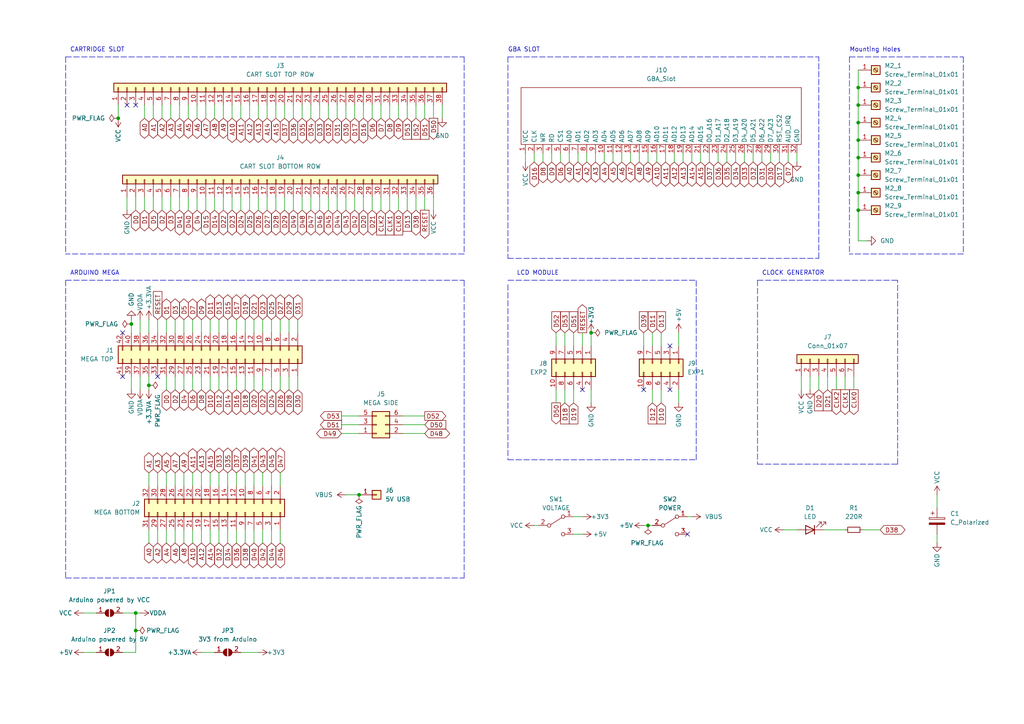
<source format=kicad_sch>
(kicad_sch (version 20211123) (generator eeschema)
  (paper "A4")
  (title_block (title "OSCR HW5") (date "2022-06-19") (rev "V3"))
  (junction (at 248.92 45.72))
  (junction (at 248.92 40.64))
  (junction (at 248.92 55.88))
  (junction (at 248.92 25.4))
  (junction (at 39.37 182.88))
  (junction (at 38.1 93.98))
  (junction (at 39.37 177.8))
  (junction (at 248.92 30.48))
  (junction (at 104.14 143.51))
  (junction (at 187.96 152.4))
  (junction (at 248.92 60.96))
  (junction (at 248.92 50.8))
  (junction (at 34.29 34.29))
  (junction (at 43.18 111.76))
  (junction (at 248.92 35.56))
  (junction (at 171.45 96.52))
  (no_connect (at 45.72 109.22))
  (no_connect (at 168.91 113.03))
  (no_connect (at 186.69 113.03))
  (no_connect (at 194.31 100.33))
  (no_connect (at 194.31 113.03))
  (no_connect (at 36.83 30.48))
  (no_connect (at 199.39 154.94))
  (no_connect (at 39.37 30.48))
  (no_connect (at 35.56 96.52))
  (no_connect (at 35.56 109.22))
  (wire (pts (xy 123.19 30.48) (xy 123.19 34.29)))
  (wire (pts (xy 49.53 57.15) (xy 49.53 60.96)))
  (wire (pts (xy 203.2 44.45) (xy 203.2 46.99)))
  (wire (pts (xy 39.37 57.15) (xy 39.37 60.96)))
  (wire (pts (xy 66.04 153.67) (xy 66.04 157.48)))
  (wire (pts (xy 57.15 57.15) (xy 57.15 60.96)))
  (wire (pts (xy 78.74 92.71) (xy 78.74 96.52)))
  (wire (pts (xy 175.26 44.45) (xy 175.26 46.99)))
  (wire (pts (xy 24.13 177.8) (xy 27.94 177.8)))
  (wire (pts (xy 110.49 30.48) (xy 110.49 34.29)))
  (wire (pts (xy 92.71 30.48) (xy 92.71 34.29)))
  (wire (pts (xy 77.47 30.48) (xy 77.47 34.29)))
  (wire (pts (xy 248.92 40.64) (xy 248.92 45.72)))
  (wire (pts (xy 81.28 153.67) (xy 81.28 157.48)))
  (wire (pts (xy 223.52 44.45) (xy 223.52 46.99)))
  (wire (pts (xy 53.34 109.22) (xy 53.34 113.03)))
  (polyline (pts (xy 147.32 16.51) (xy 237.49 16.51)))
  (wire (pts (xy 118.11 30.48) (xy 118.11 34.29)))
  (wire (pts (xy 190.5 44.45) (xy 190.5 46.99)))
  (wire (pts (xy 82.55 57.15) (xy 82.55 60.96)))
  (wire (pts (xy 187.96 44.45) (xy 187.96 46.99)))
  (wire (pts (xy 52.07 57.15) (xy 52.07 60.96)))
  (wire (pts (xy 71.12 92.71) (xy 71.12 96.52)))
  (wire (pts (xy 100.33 143.51) (xy 104.14 143.51)))
  (wire (pts (xy 66.04 137.16) (xy 66.04 140.97)))
  (wire (pts (xy 73.66 109.22) (xy 73.66 113.03)))
  (wire (pts (xy 218.44 44.45) (xy 218.44 46.99)))
  (wire (pts (xy 99.06 120.65) (xy 104.14 120.65)))
  (wire (pts (xy 208.28 44.45) (xy 208.28 46.99)))
  (wire (pts (xy 170.18 44.45) (xy 170.18 46.99)))
  (wire (pts (xy 242.57 109.22) (xy 242.57 113.03)))
  (wire (pts (xy 157.48 44.45) (xy 157.48 46.99)))
  (wire (pts (xy 238.76 153.67) (xy 245.11 153.67)))
  (wire (pts (xy 189.23 113.03) (xy 189.23 116.84)))
  (wire (pts (xy 58.42 109.22) (xy 58.42 113.03)))
  (polyline (pts (xy 219.71 81.28) (xy 219.71 134.62)))
  (polyline (pts (xy 219.71 81.28) (xy 260.35 81.28)))
  (polyline (pts (xy 219.71 134.62) (xy 260.35 134.62)))
  (polyline (pts (xy 260.35 134.62) (xy 260.35 81.28)))
  (wire (pts (xy 107.95 30.48) (xy 107.95 34.29)))
  (wire (pts (xy 55.88 109.22) (xy 55.88 113.03)))
  (wire (pts (xy 248.92 69.85) (xy 251.46 69.85)))
  (wire (pts (xy 123.19 57.15) (xy 123.19 60.96)))
  (wire (pts (xy 41.91 30.48) (xy 41.91 34.29)))
  (wire (pts (xy 74.93 30.48) (xy 74.93 34.29)))
  (wire (pts (xy 116.84 120.65) (xy 123.19 120.65)))
  (wire (pts (xy 248.92 20.32) (xy 248.92 25.4)))
  (wire (pts (xy 72.39 30.48) (xy 72.39 34.29)))
  (wire (pts (xy 54.61 57.15) (xy 54.61 60.96)))
  (wire (pts (xy 80.01 57.15) (xy 80.01 60.96)))
  (wire (pts (xy 115.57 57.15) (xy 115.57 60.96)))
  (wire (pts (xy 165.1 44.45) (xy 165.1 46.99)))
  (wire (pts (xy 68.58 92.71) (xy 68.58 96.52)))
  (wire (pts (xy 60.96 92.71) (xy 60.96 96.52)))
  (wire (pts (xy 110.49 57.15) (xy 110.49 60.96)))
  (wire (pts (xy 248.92 35.56) (xy 248.92 40.64)))
  (wire (pts (xy 39.37 177.8) (xy 39.37 182.88)))
  (wire (pts (xy 196.85 96.52) (xy 196.85 100.33)))
  (wire (pts (xy 45.72 137.16) (xy 45.72 140.97)))
  (wire (pts (xy 72.39 57.15) (xy 72.39 60.96)))
  (wire (pts (xy 160.02 44.45) (xy 160.02 46.99)))
  (wire (pts (xy 196.85 113.03) (xy 196.85 116.84)))
  (wire (pts (xy 64.77 30.48) (xy 64.77 34.29)))
  (wire (pts (xy 55.88 92.71) (xy 55.88 96.52)))
  (wire (pts (xy 193.04 44.45) (xy 193.04 46.99)))
  (wire (pts (xy 81.28 92.71) (xy 81.28 96.52)))
  (wire (pts (xy 191.77 96.52) (xy 191.77 100.33)))
  (wire (pts (xy 215.9 44.45) (xy 215.9 46.99)))
  (wire (pts (xy 248.92 55.88) (xy 248.92 60.96)))
  (wire (pts (xy 125.73 30.48) (xy 125.73 34.29)))
  (wire (pts (xy 46.99 30.48) (xy 46.99 34.29)))
  (wire (pts (xy 55.88 153.67) (xy 55.88 157.48)))
  (wire (pts (xy 240.03 109.22) (xy 240.03 113.03)))
  (wire (pts (xy 71.12 153.67) (xy 71.12 157.48)))
  (wire (pts (xy 205.74 44.45) (xy 205.74 46.99)))
  (wire (pts (xy 73.66 137.16) (xy 73.66 140.97)))
  (wire (pts (xy 63.5 137.16) (xy 63.5 140.97)))
  (wire (pts (xy 44.45 57.15) (xy 44.45 60.96)))
  (wire (pts (xy 43.18 109.22) (xy 43.18 111.76)))
  (wire (pts (xy 105.41 30.48) (xy 105.41 34.29)))
  (polyline (pts (xy 147.32 74.93) (xy 237.49 74.93)))
  (wire (pts (xy 53.34 153.67) (xy 53.34 157.48)))
  (wire (pts (xy 71.12 109.22) (xy 71.12 113.03)))
  (polyline (pts (xy 246.38 16.51) (xy 246.38 73.66)))
  (polyline (pts (xy 246.38 16.51) (xy 279.4 16.51)))
  (polyline (pts (xy 279.4 16.51) (xy 279.4 73.66)))
  (polyline (pts (xy 279.4 73.66) (xy 246.38 73.66)))
  (wire (pts (xy 38.1 109.22) (xy 38.1 113.03)))
  (wire (pts (xy 41.91 57.15) (xy 41.91 60.96)))
  (wire (pts (xy 220.98 44.45) (xy 220.98 46.99)))
  (wire (pts (xy 187.96 152.4) (xy 189.23 152.4)))
  (wire (pts (xy 68.58 137.16) (xy 68.58 140.97)))
  (wire (pts (xy 44.45 30.48) (xy 44.45 34.29)))
  (wire (pts (xy 53.34 137.16) (xy 53.34 140.97)))
  (wire (pts (xy 120.65 57.15) (xy 120.65 60.96)))
  (wire (pts (xy 163.83 96.52) (xy 163.83 100.33)))
  (wire (pts (xy 50.8 92.71) (xy 50.8 96.52)))
  (wire (pts (xy 39.37 177.8) (xy 40.64 177.8)))
  (wire (pts (xy 82.55 30.48) (xy 82.55 34.29)))
  (wire (pts (xy 68.58 109.22) (xy 68.58 113.03)))
  (wire (pts (xy 69.85 189.23) (xy 74.93 189.23)))
  (wire (pts (xy 248.92 30.48) (xy 248.92 35.56)))
  (wire (pts (xy 81.28 109.22) (xy 81.28 113.03)))
  (wire (pts (xy 97.79 57.15) (xy 97.79 60.96)))
  (wire (pts (xy 163.83 113.03) (xy 163.83 116.84)))
  (wire (pts (xy 69.85 30.48) (xy 69.85 34.29)))
  (wire (pts (xy 248.92 45.72) (xy 248.92 50.8)))
  (wire (pts (xy 80.01 30.48) (xy 80.01 34.29)))
  (wire (pts (xy 90.17 57.15) (xy 90.17 60.96)))
  (polyline (pts (xy 19.05 16.51) (xy 19.05 73.66)))
  (polyline (pts (xy 19.05 16.51) (xy 134.62 16.51)))
  (polyline (pts (xy 134.62 16.51) (xy 134.62 73.66)))
  (polyline (pts (xy 134.62 73.66) (xy 19.05 73.66)))
  (wire (pts (xy 245.11 109.22) (xy 245.11 113.03)))
  (wire (pts (xy 60.96 137.16) (xy 60.96 140.97)))
  (wire (pts (xy 52.07 30.48) (xy 52.07 34.29)))
  (wire (pts (xy 248.92 50.8) (xy 248.92 55.88)))
  (wire (pts (xy 227.33 153.67) (xy 231.14 153.67)))
  (wire (pts (xy 78.74 137.16) (xy 78.74 140.97)))
  (wire (pts (xy 100.33 30.48) (xy 100.33 34.29)))
  (wire (pts (xy 58.42 92.71) (xy 58.42 96.52)))
  (wire (pts (xy 177.8 44.45) (xy 177.8 46.99)))
  (wire (pts (xy 58.42 137.16) (xy 58.42 140.97)))
  (wire (pts (xy 50.8 109.22) (xy 50.8 113.03)))
  (wire (pts (xy 38.1 92.71) (xy 38.1 93.98)))
  (wire (pts (xy 34.29 30.48) (xy 34.29 34.29)))
  (wire (pts (xy 95.25 30.48) (xy 95.25 34.29)))
  (wire (pts (xy 50.8 137.16) (xy 50.8 140.97)))
  (wire (pts (xy 154.94 152.4) (xy 156.21 152.4)))
  (wire (pts (xy 95.25 57.15) (xy 95.25 60.96)))
  (wire (pts (xy 77.47 57.15) (xy 77.47 60.96)))
  (wire (pts (xy 58.42 189.23) (xy 62.23 189.23)))
  (wire (pts (xy 186.69 152.4) (xy 187.96 152.4)))
  (wire (pts (xy 64.77 57.15) (xy 64.77 60.96)))
  (wire (pts (xy 271.78 154.94) (xy 271.78 157.48)))
  (polyline (pts (xy 237.49 74.93) (xy 237.49 16.51)))
  (wire (pts (xy 67.31 30.48) (xy 67.31 34.29)))
  (wire (pts (xy 87.63 30.48) (xy 87.63 34.29)))
  (wire (pts (xy 113.03 30.48) (xy 113.03 34.29)))
  (wire (pts (xy 40.64 92.71) (xy 40.64 96.52)))
  (wire (pts (xy 38.1 93.98) (xy 38.1 96.52)))
  (wire (pts (xy 71.12 137.16) (xy 71.12 140.97)))
  (wire (pts (xy 232.41 109.22) (xy 232.41 113.03)))
  (wire (pts (xy 189.23 96.52) (xy 189.23 100.33)))
  (wire (pts (xy 78.74 109.22) (xy 78.74 113.03)))
  (wire (pts (xy 46.99 57.15) (xy 46.99 60.96)))
  (wire (pts (xy 48.26 137.16) (xy 48.26 140.97)))
  (polyline (pts (xy 147.32 81.28) (xy 201.93 81.28)))
  (polyline (pts (xy 147.32 82.55) (xy 147.32 133.35)))
  (polyline (pts (xy 147.32 133.35) (xy 201.93 133.35)))
  (polyline (pts (xy 201.93 133.35) (xy 201.93 81.28)))
  (wire (pts (xy 86.36 109.22) (xy 86.36 113.03)))
  (wire (pts (xy 162.56 44.45) (xy 162.56 46.99)))
  (wire (pts (xy 58.42 153.67) (xy 58.42 157.48)))
  (polyline (pts (xy 19.05 81.28) (xy 19.05 167.64)))
  (polyline (pts (xy 19.05 81.28) (xy 134.62 81.28)))
  (polyline (pts (xy 19.05 167.64) (xy 134.62 167.64)))
  (polyline (pts (xy 134.62 167.64) (xy 134.62 81.28)))
  (wire (pts (xy 107.95 57.15) (xy 107.95 60.96)))
  (wire (pts (xy 63.5 109.22) (xy 63.5 113.03)))
  (wire (pts (xy 199.39 149.86) (xy 200.66 149.86)))
  (wire (pts (xy 67.31 57.15) (xy 67.31 60.96)))
  (wire (pts (xy 99.06 123.19) (xy 104.14 123.19)))
  (wire (pts (xy 54.61 30.48) (xy 54.61 34.29)))
  (wire (pts (xy 161.29 113.03) (xy 161.29 116.84)))
  (wire (pts (xy 168.91 96.52) (xy 168.91 100.33)))
  (wire (pts (xy 53.34 92.71) (xy 53.34 96.52)))
  (wire (pts (xy 166.37 149.86) (xy 168.91 149.86)))
  (wire (pts (xy 68.58 153.67) (xy 68.58 157.48)))
  (wire (pts (xy 171.45 113.03) (xy 171.45 116.84)))
  (wire (pts (xy 161.29 96.52) (xy 161.29 100.33)))
  (wire (pts (xy 49.53 30.48) (xy 49.53 34.29)))
  (wire (pts (xy 271.78 143.51) (xy 271.78 147.32)))
  (wire (pts (xy 198.12 44.45) (xy 198.12 46.99)))
  (wire (pts (xy 154.94 44.45) (xy 154.94 46.99)))
  (wire (pts (xy 113.03 57.15) (xy 113.03 60.96)))
  (wire (pts (xy 60.96 153.67) (xy 60.96 157.48)))
  (wire (pts (xy 171.45 96.52) (xy 171.45 100.33)))
  (wire (pts (xy 102.87 30.48) (xy 102.87 34.29)))
  (wire (pts (xy 166.37 154.94) (xy 168.91 154.94)))
  (wire (pts (xy 180.34 44.45) (xy 180.34 46.99)))
  (wire (pts (xy 59.69 30.48) (xy 59.69 34.29)))
  (wire (pts (xy 45.72 153.67) (xy 45.72 157.48)))
  (wire (pts (xy 92.71 57.15) (xy 92.71 60.96)))
  (wire (pts (xy 186.69 96.52) (xy 186.69 100.33)))
  (wire (pts (xy 195.58 44.45) (xy 195.58 46.99)))
  (wire (pts (xy 39.37 182.88) (xy 39.37 189.23)))
  (wire (pts (xy 237.49 109.22) (xy 237.49 113.03)))
  (wire (pts (xy 78.74 153.67) (xy 78.74 157.48)))
  (wire (pts (xy 62.23 57.15) (xy 62.23 60.96)))
  (wire (pts (xy 83.82 92.71) (xy 83.82 96.52)))
  (wire (pts (xy 63.5 153.67) (xy 63.5 157.48)))
  (wire (pts (xy 228.6 44.45) (xy 228.6 46.99)))
  (wire (pts (xy 76.2 153.67) (xy 76.2 157.48)))
  (wire (pts (xy 43.18 137.16) (xy 43.18 140.97)))
  (wire (pts (xy 128.27 30.48) (xy 128.27 34.29)))
  (wire (pts (xy 166.37 113.03) (xy 166.37 116.84)))
  (wire (pts (xy 248.92 25.4) (xy 248.92 30.48)))
  (wire (pts (xy 60.96 109.22) (xy 60.96 113.03)))
  (wire (pts (xy 74.93 57.15) (xy 74.93 60.96)))
  (wire (pts (xy 43.18 111.76) (xy 43.18 113.03)))
  (wire (pts (xy 48.26 92.71) (xy 48.26 96.52)))
  (wire (pts (xy 73.66 92.71) (xy 73.66 96.52)))
  (wire (pts (xy 191.77 113.03) (xy 191.77 116.84)))
  (wire (pts (xy 115.57 30.48) (xy 115.57 34.29)))
  (wire (pts (xy 62.23 30.48) (xy 62.23 34.29)))
  (wire (pts (xy 105.41 57.15) (xy 105.41 60.96)))
  (wire (pts (xy 210.82 44.45) (xy 210.82 46.99)))
  (wire (pts (xy 120.65 30.48) (xy 120.65 34.29)))
  (wire (pts (xy 57.15 30.48) (xy 57.15 34.29)))
  (wire (pts (xy 85.09 57.15) (xy 85.09 60.96)))
  (wire (pts (xy 99.06 125.73) (xy 104.14 125.73)))
  (wire (pts (xy 45.72 92.71) (xy 45.72 96.52)))
  (wire (pts (xy 85.09 30.48) (xy 85.09 34.29)))
  (wire (pts (xy 83.82 109.22) (xy 83.82 113.03)))
  (wire (pts (xy 76.2 137.16) (xy 76.2 140.97)))
  (wire (pts (xy 40.64 109.22) (xy 40.64 113.03)))
  (polyline (pts (xy 147.32 16.51) (xy 147.32 74.93)))
  (wire (pts (xy 213.36 44.45) (xy 213.36 46.99)))
  (wire (pts (xy 116.84 125.73) (xy 123.19 125.73)))
  (wire (pts (xy 118.11 57.15) (xy 118.11 60.96)))
  (wire (pts (xy 43.18 92.71) (xy 43.18 96.52)))
  (wire (pts (xy 116.84 123.19) (xy 123.19 123.19)))
  (wire (pts (xy 50.8 153.67) (xy 50.8 157.48)))
  (wire (pts (xy 87.63 57.15) (xy 87.63 60.96)))
  (wire (pts (xy 69.85 57.15) (xy 69.85 60.96)))
  (wire (pts (xy 247.65 109.22) (xy 247.65 113.03)))
  (wire (pts (xy 66.04 92.71) (xy 66.04 96.52)))
  (wire (pts (xy 125.73 57.15) (xy 125.73 60.96)))
  (wire (pts (xy 39.37 189.23) (xy 35.56 189.23)))
  (wire (pts (xy 182.88 44.45) (xy 182.88 46.99)))
  (wire (pts (xy 48.26 153.67) (xy 48.26 157.48)))
  (wire (pts (xy 172.72 44.45) (xy 172.72 46.99)))
  (wire (pts (xy 90.17 30.48) (xy 90.17 34.29)))
  (wire (pts (xy 250.19 153.67) (xy 255.27 153.67)))
  (wire (pts (xy 35.56 177.8) (xy 39.37 177.8)))
  (wire (pts (xy 97.79 30.48) (xy 97.79 34.29)))
  (wire (pts (xy 167.64 44.45) (xy 167.64 46.99)))
  (wire (pts (xy 24.13 189.23) (xy 27.94 189.23)))
  (wire (pts (xy 43.18 153.67) (xy 43.18 157.48)))
  (wire (pts (xy 36.83 57.15) (xy 36.83 60.96)))
  (wire (pts (xy 185.42 44.45) (xy 185.42 46.99)))
  (wire (pts (xy 166.37 96.52) (xy 166.37 100.33)))
  (wire (pts (xy 231.14 44.45) (xy 231.14 46.99)))
  (wire (pts (xy 66.04 109.22) (xy 66.04 113.03)))
  (wire (pts (xy 100.33 57.15) (xy 100.33 60.96)))
  (wire (pts (xy 76.2 109.22) (xy 76.2 113.03)))
  (wire (pts (xy 76.2 92.71) (xy 76.2 96.52)))
  (wire (pts (xy 48.26 109.22) (xy 48.26 113.03)))
  (wire (pts (xy 73.66 153.67) (xy 73.66 157.48)))
  (wire (pts (xy 55.88 137.16) (xy 55.88 140.97)))
  (wire (pts (xy 102.87 57.15) (xy 102.87 60.96)))
  (wire (pts (xy 200.66 44.45) (xy 200.66 46.99)))
  (wire (pts (xy 234.95 109.22) (xy 234.95 113.03)))
  (wire (pts (xy 248.92 60.96) (xy 248.92 69.85)))
  (wire (pts (xy 59.69 57.15) (xy 59.69 60.96)))
  (wire (pts (xy 86.36 92.71) (xy 86.36 96.52)))
  (wire (pts (xy 63.5 92.71) (xy 63.5 96.52)))
  (wire (pts (xy 152.4 44.45) (xy 152.4 46.99)))
  (wire (pts (xy 226.06 44.45) (xy 226.06 46.99)))
  (wire (pts (xy 81.28 137.16) (xy 81.28 140.97)))
  (text "LCD MODULE" (at 149.86 80.01 0) (effects (font (size 1.27 1.27)) (justify left bottom)))
  (text "CLOCK GENERATOR" (at 220.98 80.01 0) (effects (font (size 1.27 1.27)) (justify left bottom)))
  (text "CARTRIDGE SLOT" (at 20.32 15.24 0) (effects (font (size 1.27 1.27)) (justify left bottom)))
  (text "GBA SLOT" (at 147.32 15.24 0) (effects (font (size 1.27 1.27)) (justify left bottom)))
  (text "ARDUINO MEGA" (at 20.32 80.01 0) (effects (font (size 1.27 1.27)) (justify left bottom)))
  (text "Mounting Holes" (at 246.38 15.24 0) (effects (font (size 1.27 1.27)) (justify left bottom)))
  (global_label "D14" (shape bidirectional) (at 66.04 113.03 270) (property "Intersheet References" "${INTERSHEET_REFS}" (effects hide)))
  (global_label "A7" (shape bidirectional) (at 182.88 46.99 270) (property "Intersheet References" "${INTERSHEET_REFS}" (effects hide)))
  (global_label "D44" (shape bidirectional) (at 78.74 157.48 270) (property "Intersheet References" "${INTERSHEET_REFS}" (effects hide)))
  (global_label "A6" (shape bidirectional) (at 57.15 34.29 270) (property "Intersheet References" "${INTERSHEET_REFS}" (effects hide)))
  (global_label "D6" (shape bidirectional) (at 162.56 46.99 270) (property "Intersheet References" "${INTERSHEET_REFS}" (effects hide)))
  (global_label "D11" (shape input) (at 189.23 96.52 90) (property "Intersheet References" "${INTERSHEET_REFS}" (effects hide)))
  (global_label "D51" (shape input) (at 123.19 34.29 270) (property "Intersheet References" "${INTERSHEET_REFS}" (effects hide)))
  (global_label "D38" (shape bidirectional) (at 71.12 157.48 270) (property "Intersheet References" "${INTERSHEET_REFS}" (effects hide)))
  (global_label "D29" (shape bidirectional) (at 82.55 60.96 270) (property "Intersheet References" "${INTERSHEET_REFS}" (effects hide)))
  (global_label "A10" (shape bidirectional) (at 55.88 157.48 270) (property "Intersheet References" "${INTERSHEET_REFS}" (effects hide)))
  (global_label "A9" (shape bidirectional) (at 64.77 34.29 270) (property "Intersheet References" "${INTERSHEET_REFS}" (effects hide)))
  (global_label "D31" (shape bidirectional) (at 97.79 34.29 270) (property "Intersheet References" "${INTERSHEET_REFS}" (effects hide)))
  (global_label "D4" (shape bidirectional) (at 53.34 113.03 270) (property "Intersheet References" "${INTERSHEET_REFS}" (effects hide)))
  (global_label "D24" (shape bidirectional) (at 69.85 60.96 270) (property "Intersheet References" "${INTERSHEET_REFS}" (effects hide)))
  (global_label "D28" (shape bidirectional) (at 83.82 113.03 270) (property "Intersheet References" "${INTERSHEET_REFS}" (effects hide)))
  (global_label "D9" (shape bidirectional) (at 160.02 46.99 270) (property "Intersheet References" "${INTERSHEET_REFS}" (effects hide)))
  (global_label "D19" (shape bidirectional) (at 71.12 92.71 90) (property "Intersheet References" "${INTERSHEET_REFS}" (effects hide)))
  (global_label "CLK2" (shape output) (at 242.57 113.03 270) (property "Intersheet References" "${INTERSHEET_REFS}" (effects hide)))
  (global_label "D0" (shape bidirectional) (at 48.26 113.03 270) (property "Intersheet References" "${INTERSHEET_REFS}" (effects hide)))
  (global_label "D50" (shape output) (at 125.73 34.29 270) (property "Intersheet References" "${INTERSHEET_REFS}" (effects hide)))
  (global_label "D17" (shape bidirectional) (at 102.87 34.29 270) (property "Intersheet References" "${INTERSHEET_REFS}" (effects hide)))
  (global_label "D37" (shape bidirectional) (at 68.58 137.16 90) (property "Intersheet References" "${INTERSHEET_REFS}" (effects hide)))
  (global_label "D7" (shape bidirectional) (at 228.6 46.99 270) (property "Intersheet References" "${INTERSHEET_REFS}" (effects hide)))
  (global_label "D34" (shape bidirectional) (at 90.17 34.29 270) (property "Intersheet References" "${INTERSHEET_REFS}" (effects hide)))
  (global_label "A11" (shape bidirectional) (at 69.85 34.29 270) (property "Intersheet References" "${INTERSHEET_REFS}" (effects hide)))
  (global_label "A6" (shape bidirectional) (at 50.8 157.48 270) (property "Intersheet References" "${INTERSHEET_REFS}" (effects hide)))
  (global_label "D46" (shape bidirectional) (at 92.71 60.96 270) (property "Intersheet References" "${INTERSHEET_REFS}" (effects hide)))
  (global_label "A2" (shape bidirectional) (at 170.18 46.99 270) (property "Intersheet References" "${INTERSHEET_REFS}" (effects hide)))
  (global_label "D25" (shape bidirectional) (at 72.39 60.96 270) (property "Intersheet References" "${INTERSHEET_REFS}" (effects hide)))
  (global_label "A5" (shape bidirectional) (at 177.8 46.99 270) (property "Intersheet References" "${INTERSHEET_REFS}" (effects hide)))
  (global_label "D24" (shape bidirectional) (at 78.74 113.03 270) (property "Intersheet References" "${INTERSHEET_REFS}" (effects hide)))
  (global_label "CLK1" (shape input) (at 113.03 60.96 270) (property "Intersheet References" "${INTERSHEET_REFS}" (effects hide)))
  (global_label "A5" (shape bidirectional) (at 54.61 34.29 270) (property "Intersheet References" "${INTERSHEET_REFS}" (effects hide)))
  (global_label "D50" (shape output) (at 161.29 116.84 270) (property "Intersheet References" "${INTERSHEET_REFS}" (effects hide)))
  (global_label "A13" (shape bidirectional) (at 198.12 46.99 270) (property "Intersheet References" "${INTERSHEET_REFS}" (effects hide)))
  (global_label "CLK0" (shape output) (at 247.65 113.03 270) (property "Intersheet References" "${INTERSHEET_REFS}" (effects hide)))
  (global_label "A11" (shape bidirectional) (at 55.88 137.16 90) (property "Intersheet References" "${INTERSHEET_REFS}" (effects hide)))
  (global_label "D49" (shape bidirectional) (at 85.09 60.96 270) (property "Intersheet References" "${INTERSHEET_REFS}" (effects hide)))
  (global_label "D7" (shape bidirectional) (at 110.49 34.29 270) (property "Intersheet References" "${INTERSHEET_REFS}" (effects hide)))
  (global_label "D46" (shape bidirectional) (at 81.28 157.48 270) (property "Intersheet References" "${INTERSHEET_REFS}" (effects hide)))
  (global_label "D48" (shape bidirectional) (at 123.19 125.73 0) (property "Intersheet References" "${INTERSHEET_REFS}" (effects hide)))
  (global_label "D21" (shape bidirectional) (at 73.66 92.71 90) (property "Intersheet References" "${INTERSHEET_REFS}" (effects hide)))
  (global_label "D6" (shape bidirectional) (at 55.88 113.03 270) (property "Intersheet References" "${INTERSHEET_REFS}" (effects hide)))
  (global_label "D16" (shape bidirectional) (at 105.41 34.29 270) (property "Intersheet References" "${INTERSHEET_REFS}" (effects hide)))
  (global_label "D33" (shape bidirectional) (at 92.71 34.29 270) (property "Intersheet References" "${INTERSHEET_REFS}" (effects hide)))
  (global_label "A12" (shape bidirectional) (at 72.39 34.29 270) (property "Intersheet References" "${INTERSHEET_REFS}" (effects hide)))
  (global_label "CLK0" (shape input) (at 115.57 60.96 270) (property "Intersheet References" "${INTERSHEET_REFS}" (effects hide)))
  (global_label "D9" (shape bidirectional) (at 115.57 34.29 270) (property "Intersheet References" "${INTERSHEET_REFS}" (effects hide)))
  (global_label "D53" (shape input) (at 118.11 34.29 270) (property "Intersheet References" "${INTERSHEET_REFS}" (effects hide)))
  (global_label "D17" (shape bidirectional) (at 68.58 92.71 90) (property "Intersheet References" "${INTERSHEET_REFS}" (effects hide)))
  (global_label "D38" (shape bidirectional) (at 120.65 60.96 270) (property "Intersheet References" "${INTERSHEET_REFS}" (effects hide)))
  (global_label "A7" (shape bidirectional) (at 59.69 34.29 270) (property "Intersheet References" "${INTERSHEET_REFS}" (effects hide)))
  (global_label "D52" (shape input) (at 120.65 34.29 270) (property "Intersheet References" "${INTERSHEET_REFS}" (effects hide)))
  (global_label "D30" (shape bidirectional) (at 100.33 34.29 270) (property "Intersheet References" "${INTERSHEET_REFS}" (effects hide)))
  (global_label "D13" (shape input) (at 191.77 96.52 90) (property "Intersheet References" "${INTERSHEET_REFS}" (effects hide)))
  (global_label "D8" (shape bidirectional) (at 58.42 113.03 270) (property "Intersheet References" "${INTERSHEET_REFS}" (effects hide)))
  (global_label "D40" (shape bidirectional) (at 54.61 60.96 270) (property "Intersheet References" "${INTERSHEET_REFS}" (effects hide)))
  (global_label "D15" (shape bidirectional) (at 59.69 60.96 270) (property "Intersheet References" "${INTERSHEET_REFS}" (effects hide)))
  (global_label "A10" (shape bidirectional) (at 190.5 46.99 270) (property "Intersheet References" "${INTERSHEET_REFS}" (effects hide)))
  (global_label "D34" (shape bidirectional) (at 66.04 157.48 270) (property "Intersheet References" "${INTERSHEET_REFS}" (effects hide)))
  (global_label "D22" (shape bidirectional) (at 76.2 113.03 270) (property "Intersheet References" "${INTERSHEET_REFS}" (effects hide)))
  (global_label "D26" (shape bidirectional) (at 81.28 113.03 270) (property "Intersheet References" "${INTERSHEET_REFS}" (effects hide)))
  (global_label "D28" (shape bidirectional) (at 80.01 60.96 270) (property "Intersheet References" "${INTERSHEET_REFS}" (effects hide)))
  (global_label "A3" (shape bidirectional) (at 172.72 46.99 270) (property "Intersheet References" "${INTERSHEET_REFS}" (effects hide)))
  (global_label "D42" (shape bidirectional) (at 76.2 157.48 270) (property "Intersheet References" "${INTERSHEET_REFS}" (effects hide)))
  (global_label "D43" (shape bidirectional) (at 76.2 137.16 90) (property "Intersheet References" "${INTERSHEET_REFS}" (effects hide)))
  (global_label "A1" (shape bidirectional) (at 44.45 34.29 270) (property "Intersheet References" "${INTERSHEET_REFS}" (effects hide)))
  (global_label "D47" (shape bidirectional) (at 90.17 60.96 270) (property "Intersheet References" "${INTERSHEET_REFS}" (effects hide)))
  (global_label "D12" (shape input) (at 189.23 116.84 270) (property "Intersheet References" "${INTERSHEET_REFS}" (effects hide)))
  (global_label "D36" (shape bidirectional) (at 68.58 157.48 270) (property "Intersheet References" "${INTERSHEET_REFS}" (effects hide)))
  (global_label "A13" (shape bidirectional) (at 74.93 34.29 270) (property "Intersheet References" "${INTERSHEET_REFS}" (effects hide)))
  (global_label "D16" (shape bidirectional) (at 68.58 113.03 270) (property "Intersheet References" "${INTERSHEET_REFS}" (effects hide)))
  (global_label "D18" (shape input) (at 163.83 116.84 270) (property "Intersheet References" "${INTERSHEET_REFS}" (effects hide)))
  (global_label "A3" (shape bidirectional) (at 49.53 34.29 270) (property "Intersheet References" "${INTERSHEET_REFS}" (effects hide)))
  (global_label "A12" (shape bidirectional) (at 58.42 157.48 270) (property "Intersheet References" "${INTERSHEET_REFS}" (effects hide)))
  (global_label "D49" (shape bidirectional) (at 99.06 125.73 180) (property "Intersheet References" "${INTERSHEET_REFS}" (effects hide)))
  (global_label "D51" (shape output) (at 99.06 123.19 180) (property "Intersheet References" "${INTERSHEET_REFS}" (effects hide)))
  (global_label "A9" (shape bidirectional) (at 53.34 137.16 90) (property "Intersheet References" "${INTERSHEET_REFS}" (effects hide)))
  (global_label "A11" (shape bidirectional) (at 193.04 46.99 270) (property "Intersheet References" "${INTERSHEET_REFS}" (effects hide)))
  (global_label "D43" (shape bidirectional) (at 100.33 60.96 270) (property "Intersheet References" "${INTERSHEET_REFS}" (effects hide)))
  (global_label "D8" (shape bidirectional) (at 113.03 34.29 270) (property "Intersheet References" "${INTERSHEET_REFS}" (effects hide)))
  (global_label "D36" (shape bidirectional) (at 85.09 34.29 270) (property "Intersheet References" "${INTERSHEET_REFS}" (effects hide)))
  (global_label "D35" (shape bidirectional) (at 210.82 46.99 270) (property "Intersheet References" "${INTERSHEET_REFS}" (effects hide)))
  (global_label "D47" (shape bidirectional) (at 81.28 137.16 90) (property "Intersheet References" "${INTERSHEET_REFS}" (effects hide)))
  (global_label "D45" (shape bidirectional) (at 78.74 137.16 90) (property "Intersheet References" "${INTERSHEET_REFS}" (effects hide)))
  (global_label "A2" (shape bidirectional) (at 45.72 157.48 270) (property "Intersheet References" "${INTERSHEET_REFS}" (effects hide)))
  (global_label "D23" (shape bidirectional) (at 67.31 60.96 270) (property "Intersheet References" "${INTERSHEET_REFS}" (effects hide)))
  (global_label "D31" (shape bidirectional) (at 86.36 92.71 90) (property "Intersheet References" "${INTERSHEET_REFS}" (effects hide)))
  (global_label "D30" (shape bidirectional) (at 223.52 46.99 270) (property "Intersheet References" "${INTERSHEET_REFS}" (effects hide)))
  (global_label "D33" (shape bidirectional) (at 215.9 46.99 270) (property "Intersheet References" "${INTERSHEET_REFS}" (effects hide)))
  (global_label "D1" (shape bidirectional) (at 41.91 60.96 270) (property "Intersheet References" "${INTERSHEET_REFS}" (effects hide)))
  (global_label "D39" (shape bidirectional) (at 71.12 137.16 90) (property "Intersheet References" "${INTERSHEET_REFS}" (effects hide)))
  (global_label "D25" (shape bidirectional) (at 78.74 92.71 90) (property "Intersheet References" "${INTERSHEET_REFS}" (effects hide)))
  (global_label "D14" (shape bidirectional) (at 62.23 60.96 270) (property "Intersheet References" "${INTERSHEET_REFS}" (effects hide)))
  (global_label "A13" (shape bidirectional) (at 58.42 137.16 90) (property "Intersheet References" "${INTERSHEET_REFS}" (effects hide)))
  (global_label "D31" (shape bidirectional) (at 220.98 46.99 270) (property "Intersheet References" "${INTERSHEET_REFS}" (effects hide)))
  (global_label "D19" (shape input) (at 166.37 116.84 270) (property "Intersheet References" "${INTERSHEET_REFS}" (effects hide)))
  (global_label "A9" (shape bidirectional) (at 187.96 46.99 270) (property "Intersheet References" "${INTERSHEET_REFS}" (effects hide)))
  (global_label "D4" (shape bidirectional) (at 57.15 60.96 270) (property "Intersheet References" "${INTERSHEET_REFS}" (effects hide)))
  (global_label "D22" (shape bidirectional) (at 64.77 60.96 270) (property "Intersheet References" "${INTERSHEET_REFS}" (effects hide)))
  (global_label "A5" (shape bidirectional) (at 48.26 137.16 90) (property "Intersheet References" "${INTERSHEET_REFS}" (effects hide)))
  (global_label "D2" (shape bidirectional) (at 46.99 60.96 270) (property "Intersheet References" "${INTERSHEET_REFS}" (effects hide)))
  (global_label "D50" (shape input) (at 123.19 123.19 0) (property "Intersheet References" "${INTERSHEET_REFS}" (effects hide)))
  (global_label "D17" (shape bidirectional) (at 226.06 46.99 270) (property "Intersheet References" "${INTERSHEET_REFS}" (effects hide)))
  (global_label "CLK1" (shape output) (at 245.11 113.03 270) (property "Intersheet References" "${INTERSHEET_REFS}" (effects hide)))
  (global_label "D35" (shape bidirectional) (at 87.63 34.29 270) (property "Intersheet References" "${INTERSHEET_REFS}" (effects hide)))
  (global_label "D39" (shape input) (at 186.69 96.52 90) (property "Intersheet References" "${INTERSHEET_REFS}" (effects hide)))
  (global_label "D21" (shape bidirectional) (at 107.95 60.96 270) (property "Intersheet References" "${INTERSHEET_REFS}" (effects hide)))
  (global_label "A0" (shape bidirectional) (at 41.91 34.29 270) (property "Intersheet References" "${INTERSHEET_REFS}" (effects hide)))
  (global_label "D13" (shape bidirectional) (at 63.5 92.71 90) (property "Intersheet References" "${INTERSHEET_REFS}" (effects hide)))
  (global_label "D27" (shape bidirectional) (at 81.28 92.71 90) (property "Intersheet References" "${INTERSHEET_REFS}" (effects hide)))
  (global_label "RESET" (shape input) (at 45.72 92.71 90) (property "Intersheet References" "${INTERSHEET_REFS}" (effects hide)))
  (global_label "D44" (shape bidirectional) (at 97.79 60.96 270) (property "Intersheet References" "${INTERSHEET_REFS}" (effects hide)))
  (global_label "A14" (shape bidirectional) (at 60.96 157.48 270) (property "Intersheet References" "${INTERSHEET_REFS}" (effects hide)))
  (global_label "D34" (shape bidirectional) (at 213.36 46.99 270) (property "Intersheet References" "${INTERSHEET_REFS}" (effects hide)))
  (global_label "D48" (shape bidirectional) (at 87.63 60.96 270) (property "Intersheet References" "${INTERSHEET_REFS}" (effects hide)))
  (global_label "A10" (shape bidirectional) (at 67.31 34.29 270) (property "Intersheet References" "${INTERSHEET_REFS}" (effects hide)))
  (global_label "D15" (shape bidirectional) (at 66.04 92.71 90) (property "Intersheet References" "${INTERSHEET_REFS}" (effects hide)))
  (global_label "A8" (shape bidirectional) (at 185.42 46.99 270) (property "Intersheet References" "${INTERSHEET_REFS}" (effects hide)))
  (global_label "D27" (shape bidirectional) (at 77.47 60.96 270) (property "Intersheet References" "${INTERSHEET_REFS}" (effects hide)))
  (global_label "D0" (shape bidirectional) (at 39.37 60.96 270) (property "Intersheet References" "${INTERSHEET_REFS}" (effects hide)))
  (global_label "D38" (shape bidirectional) (at 255.27 153.67 0) (property "Intersheet References" "${INTERSHEET_REFS}" (effects hide)))
  (global_label "D1" (shape bidirectional) (at 48.26 92.71 90) (property "Intersheet References" "${INTERSHEET_REFS}" (effects hide)))
  (global_label "D2" (shape bidirectional) (at 50.8 113.03 270) (property "Intersheet References" "${INTERSHEET_REFS}" (effects hide)))
  (global_label "A0" (shape bidirectional) (at 165.1 46.99 270) (property "Intersheet References" "${INTERSHEET_REFS}" (effects hide)))
  (global_label "D33" (shape bidirectional) (at 63.5 137.16 90) (property "Intersheet References" "${INTERSHEET_REFS}" (effects hide)))
  (global_label "A4" (shape bidirectional) (at 175.26 46.99 270) (property "Intersheet References" "${INTERSHEET_REFS}" (effects hide)))
  (global_label "D16" (shape bidirectional) (at 154.94 46.99 270) (property "Intersheet References" "${INTERSHEET_REFS}" (effects hide)))
  (global_label "D3" (shape bidirectional) (at 49.53 60.96 270) (property "Intersheet References" "${INTERSHEET_REFS}" (effects hide)))
  (global_label "D36" (shape bidirectional) (at 208.28 46.99 270) (property "Intersheet References" "${INTERSHEET_REFS}" (effects hide)))
  (global_label "D42" (shape bidirectional) (at 102.87 60.96 270) (property "Intersheet References" "${INTERSHEET_REFS}" (effects hide)))
  (global_label "D40" (shape bidirectional) (at 73.66 157.48 270) (property "Intersheet References" "${INTERSHEET_REFS}" (effects hide)))
  (global_label "D3" (shape bidirectional) (at 50.8 92.71 90) (property "Intersheet References" "${INTERSHEET_REFS}" (effects hide)))
  (global_label "D41" (shape bidirectional) (at 52.07 60.96 270) (property "Intersheet References" "${INTERSHEET_REFS}" (effects hide)))
  (global_label "D13" (shape input) (at 118.11 60.96 270) (property "Intersheet References" "${INTERSHEET_REFS}" (effects hide)))
  (global_label "D18" (shape bidirectional) (at 71.12 113.03 270) (property "Intersheet References" "${INTERSHEET_REFS}" (effects hide)))
  (global_label "D7" (shape bidirectional) (at 55.88 92.71 90) (property "Intersheet References" "${INTERSHEET_REFS}" (effects hide)))
  (global_label "D32" (shape bidirectional) (at 95.25 34.29 270) (property "Intersheet References" "${INTERSHEET_REFS}" (effects hide)))
  (global_label "A4" (shape bidirectional) (at 48.26 157.48 270) (property "Intersheet References" "${INTERSHEET_REFS}" (effects hide)))
  (global_label "A1" (shape bidirectional) (at 43.18 137.16 90) (property "Intersheet References" "${INTERSHEET_REFS}" (effects hide)))
  (global_label "D37" (shape bidirectional) (at 82.55 34.29 270) (property "Intersheet References" "${INTERSHEET_REFS}" (effects hide)))
  (global_label "A3" (shape bidirectional) (at 45.72 137.16 90) (property "Intersheet References" "${INTERSHEET_REFS}" (effects hide)))
  (global_label "A6" (shape bidirectional) (at 180.34 46.99 270) (property "Intersheet References" "${INTERSHEET_REFS}" (effects hide)))
  (global_label "D12" (shape bidirectional) (at 63.5 113.03 270) (property "Intersheet References" "${INTERSHEET_REFS}" (effects hide)))
  (global_label "D21" (shape input) (at 240.03 113.03 270) (property "Intersheet References" "${INTERSHEET_REFS}" (effects hide)))
  (global_label "A15" (shape bidirectional) (at 203.2 46.99 270) (property "Intersheet References" "${INTERSHEET_REFS}" (effects hide)))
  (global_label "D11" (shape bidirectional) (at 60.96 92.71 90) (property "Intersheet References" "${INTERSHEET_REFS}" (effects hide)))
  (global_label "A14" (shape bidirectional) (at 200.66 46.99 270) (property "Intersheet References" "${INTERSHEET_REFS}" (effects hide)))
  (global_label "A14" (shape bidirectional) (at 77.47 34.29 270) (property "Intersheet References" "${INTERSHEET_REFS}" (effects hide)))
  (global_label "RESET" (shape output) (at 123.19 60.96 270) (property "Intersheet References" "${INTERSHEET_REFS}" (effects hide)))
  (global_label "D23" (shape bidirectional) (at 76.2 92.71 90) (property "Intersheet References" "${INTERSHEET_REFS}" (effects hide)))
  (global_label "D32" (shape bidirectional) (at 218.44 46.99 270) (property "Intersheet References" "${INTERSHEET_REFS}" (effects hide)))
  (global_label "D9" (shape bidirectional) (at 58.42 92.71 90) (property "Intersheet References" "${INTERSHEET_REFS}" (effects hide)))
  (global_label "A7" (shape bidirectional) (at 50.8 137.16 90) (property "Intersheet References" "${INTERSHEET_REFS}" (effects hide)))
  (global_label "D45" (shape bidirectional) (at 95.25 60.96 270) (property "Intersheet References" "${INTERSHEET_REFS}" (effects hide)))
  (global_label "A15" (shape bidirectional) (at 80.01 34.29 270) (property "Intersheet References" "${INTERSHEET_REFS}" (effects hide)))
  (global_label "D6" (shape bidirectional) (at 107.95 34.29 270) (property "Intersheet References" "${INTERSHEET_REFS}" (effects hide)))
  (global_label "A8" (shape bidirectional) (at 53.34 157.48 270) (property "Intersheet References" "${INTERSHEET_REFS}" (effects hide)))
  (global_label "D20" (shape bidirectional) (at 105.41 60.96 270) (property "Intersheet References" "${INTERSHEET_REFS}" (effects hide)))
  (global_label "D5" (shape bidirectional) (at 53.34 92.71 90) (property "Intersheet References" "${INTERSHEET_REFS}" (effects hide)))
  (global_label "D29" (shape bidirectional) (at 83.82 92.71 90) (property "Intersheet References" "${INTERSHEET_REFS}" (effects hide)))
  (global_label "D53" (shape input) (at 163.83 96.52 90) (property "Intersheet References" "${INTERSHEET_REFS}" (effects hide)))
  (global_label "D10" (shape bidirectional) (at 60.96 113.03 270) (property "Intersheet References" "${INTERSHEET_REFS}" (effects hide)))
  (global_label "D20" (shape input) (at 237.49 113.03 270) (property "Intersheet References" "${INTERSHEET_REFS}" (effects hide)))
  (global_label "CLK2" (shape input) (at 110.49 60.96 270) (property "Intersheet References" "${INTERSHEET_REFS}" (effects hide)))
  (global_label "D26" (shape bidirectional) (at 74.93 60.96 270) (property "Intersheet References" "${INTERSHEET_REFS}" (effects hide)))
  (global_label "D51" (shape input) (at 166.37 96.52 90) (property "Intersheet References" "${INTERSHEET_REFS}" (effects hide)))
  (global_label "D30" (shape bidirectional) (at 86.36 113.03 270) (property "Intersheet References" "${INTERSHEET_REFS}" (effects hide)))
  (global_label "D5" (shape bidirectional) (at 44.45 60.96 270) (property "Intersheet References" "${INTERSHEET_REFS}" (effects hide)))
  (global_label "D52" (shape output) (at 123.19 120.65 0) (property "Intersheet References" "${INTERSHEET_REFS}" (effects hide)))
  (global_label "D53" (shape output) (at 99.06 120.65 180) (property "Intersheet References" "${INTERSHEET_REFS}" (effects hide)))
  (global_label "A4" (shape bidirectional) (at 52.07 34.29 270) (property "Intersheet References" "${INTERSHEET_REFS}" (effects hide)))
  (global_label "RESET" (shape output) (at 168.91 96.52 90) (property "Intersheet References" "${INTERSHEET_REFS}" (effects hide)))
  (global_label "D35" (shape bidirectional) (at 66.04 137.16 90) (property "Intersheet References" "${INTERSHEET_REFS}" (effects hide)))
  (global_label "A1" (shape bidirectional) (at 167.64 46.99 270) (property "Intersheet References" "${INTERSHEET_REFS}" (effects hide)))
  (global_label "A12" (shape bidirectional) (at 195.58 46.99 270) (property "Intersheet References" "${INTERSHEET_REFS}" (effects hide)))
  (global_label "D41" (shape bidirectional) (at 73.66 137.16 90) (property "Intersheet References" "${INTERSHEET_REFS}" (effects hide)))
  (global_label "D37" (shape bidirectional) (at 205.74 46.99 270) (property "Intersheet References" "${INTERSHEET_REFS}" (effects hide)))
  (global_label "A8" (shape bidirectional) (at 62.23 34.29 270) (property "Intersheet References" "${INTERSHEET_REFS}" (effects hide)))
  (global_label "D8" (shape bidirectional) (at 157.48 46.99 270) (property "Intersheet References" "${INTERSHEET_REFS}" (effects hide)))
  (global_label "D10" (shape input) (at 191.77 116.84 270) (property "Intersheet References" "${INTERSHEET_REFS}" (effects hide)))
  (global_label "A0" (shape bidirectional) (at 43.18 157.48 270) (property "Intersheet References" "${INTERSHEET_REFS}" (effects hide)))
  (global_label "D52" (shape input) (at 161.29 96.52 90) (property "Intersheet References" "${INTERSHEET_REFS}" (effects hide)))
  (global_label "D32" (shape bidirectional) (at 63.5 157.48 270) (property "Intersheet References" "${INTERSHEET_REFS}" (effects hide)))
  (global_label "A2" (shape bidirectional) (at 46.99 34.29 270) (property "Intersheet References" "${INTERSHEET_REFS}" (effects hide)))
  (global_label "A15" (shape bidirectional) (at 60.96 137.16 90) (property "Intersheet References" "${INTERSHEET_REFS}" (effects hide)))
  (global_label "D20" (shape bidirectional) (at 73.66 113.03 270) (property "Intersheet References" "${INTERSHEET_REFS}" (effects hide)))
  (symbol (lib_id "power:GND") (at 196.85 116.84 0) (unit 1)
    (property "Reference" "#PWR019" (effects hide))
    (property "Value" "GND" (at 196.85 121.92 90))
  )
  (symbol (lib_id "Connector_Generic:Conn_01x36") (at 80.01 52.07 90) (unit 1)
    (property "Reference" "J4" (at 81.28 45.72 90))
    (property "Value" "CART SLOT BOTTOM ROW" (at 81.28 48.26 90))
    (property "Footprint" "Connector_PinSocket_2.54mm:PinSocket_1x36_P2.54mm_Vertical" (effects hide))
  )
  (symbol (lib_id "power:VCC") (at 232.41 113.03 180) (unit 1)
    (property "Reference" "#PWR024" (effects hide))
    (property "Value" "VCC" (at 232.41 118.11 90))
  )
  (symbol (lib_id "Connector:Screw_Terminal_01x01") (at 254 55.88 0) (unit 1)
    (property "Reference" "M2_8" (at 256.54 54.6099 0) (effects (justify left)))
    (property "Value" "Screw_Terminal_01x01" (at 256.54 57.1499 0) (effects (justify left)))
  )
  (symbol (lib_id "power:PWR_FLAG") (at 38.1 93.98 90) (unit 1)
    (property "Reference" "#FLG03" (effects hide))
    (property "Value" "PWR_FLAG" (at 34.29 93.9799 90) (effects (justify left)))
  )
  (symbol (lib_id "Connector:Screw_Terminal_01x01") (at 254 45.72 0) (unit 1)
    (property "Reference" "M2_6" (at 256.54 44.4499 0) (effects (justify left)))
    (property "Value" "Screw_Terminal_01x01" (at 256.54 46.9899 0) (effects (justify left)))
  )
  (symbol (lib_id "power:GND") (at 36.83 60.96 0) (unit 1)
    (property "Reference" "#PWR03" (effects hide))
    (property "Value" "GND" (at 36.83 66.04 90))
  )
  (symbol (lib_id "power:VDDA") (at 40.64 177.8 270) (unit 1)
    (property "Reference" "#PWR0105" (effects hide))
    (property "Value" "VDDA" (at 48.26 177.8 90) (effects (justify right)))
  )
  (symbol (lib_id "Connector:Screw_Terminal_01x01") (at 254 30.48 0) (unit 1)
    (property "Reference" "M2_3" (at 256.54 29.2099 0) (effects (justify left)))
    (property "Value" "Screw_Terminal_01x01" (at 256.54 31.7499 0) (effects (justify left)))
  )
  (symbol (lib_id "power:GND") (at 234.95 113.03 0) (unit 1)
    (property "Reference" "#PWR025" (effects hide))
    (property "Value" "GND" (at 234.95 118.11 90))
  )
  (symbol (lib_id "power:VCC") (at 24.13 177.8 90) (unit 1)
    (property "Reference" "#PWR0106" (effects hide))
    (property "Value" "VCC" (at 19.05 177.8 90))
  )
  (symbol (lib_id "power:VCC") (at 227.33 153.67 90) (unit 1)
    (property "Reference" "#PWR017" (effects hide))
    (property "Value" "VCC" (at 222.25 153.67 90))
  )
  (symbol (lib_id "power:GND") (at 128.27 34.29 0) (unit 1)
    (property "Reference" "#PWR011" (effects hide))
    (property "Value" "GND" (at 128.27 39.37 0))
  )
  (symbol (lib_id "Jumper:SolderJumper_2_Open") (at 66.04 189.23 0) (unit 1)
    (property "Reference" "JP3" (at 66.04 182.88 0))
    (property "Value" "3V3 from Arduino" (at 66.04 185.42 0))
  )
  (symbol (lib_id "power:VCC") (at 125.73 60.96 180) (unit 1)
    (property "Reference" "#PWR010" (effects hide))
    (property "Value" "VCC" (at 125.73 66.04 90))
  )
  (symbol (lib_id "power:+3.3V") (at 168.91 149.86 270) (unit 1)
    (property "Reference" "#PWR015" (effects hide))
    (property "Value" "+3.3V" (at 173.99 149.86 90))
  )
  (symbol (lib_id "Connector_Generic:Conn_02x05_Odd_Even") (at 166.37 105.41 270) (unit 1)
    (property "Reference" "J8" (at 158.75 105.4099 90) (effects (justify right)))
    (property "Value" "EXP2" (at 158.75 107.9499 90) (effects (justify right)))
    (property "Footprint" "Connector_IDC:IDC-Header_2x05_P2.54mm_Vertical" (effects hide))
  )
  (symbol (lib_id "Connector:Screw_Terminal_01x01") (at 254 40.64 0) (unit 1)
    (property "Reference" "M2_5" (at 256.54 39.3699 0) (effects (justify left)))
    (property "Value" "Screw_Terminal_01x01" (at 256.54 41.9099 0) (effects (justify left)))
  )
  (symbol (lib_id "power:GND") (at 38.1 92.71 180) (unit 1)
    (property "Reference" "#PWR04" (effects hide))
    (property "Value" "GND" (at 38.1 88.8999 90) (effects (justify right)))
  )
  (symbol (lib_id "Connector:Screw_Terminal_01x01") (at 254 60.96 0) (unit 1)
    (property "Reference" "M2_9" (at 256.54 59.6899 0) (effects (justify left)))
    (property "Value" "Screw_Terminal_01x01" (at 256.54 62.2299 0) (effects (justify left)))
  )
  (symbol (lib_id "power:GND") (at 38.1 113.03 0) (unit 1)
    (property "Reference" "#PWR05" (effects hide))
    (property "Value" "GND" (at 38.1 118.11 90))
  )
  (symbol (lib_id "Jumper:SolderJumper_2_Open") (at 31.75 189.23 0) (unit 1)
    (property "Reference" "JP2" (at 31.75 182.88 0))
    (property "Value" "Arduino powered by 5V" (at 31.75 185.42 0))
  )
  (symbol (lib_id "power:+5V") (at 24.13 189.23 90) (unit 1)
    (property "Reference" "#PWR0107" (effects hide))
    (property "Value" "+5V" (at 19.05 189.23 90))
  )
  (symbol (lib_id "Connector:Screw_Terminal_01x01") (at 254 35.56 0) (unit 1)
    (property "Reference" "M2_4" (at 256.54 34.2899 0) (effects (justify left)))
    (property "Value" "Screw_Terminal_01x01" (at 256.54 36.8299 0) (effects (justify left)))
  )
  (symbol (lib_id "power:VCC") (at 34.29 34.29 180) (unit 1)
    (property "Reference" "#PWR01" (effects hide))
    (property "Value" "VCC" (at 34.29 39.37 90))
  )
  (symbol (lib_id "power:+5V") (at 186.69 152.4 90) (unit 1)
    (property "Reference" "#PWR020" (effects hide))
    (property "Value" "+5V" (at 181.61 152.4 90))
  )
  (symbol (lib_id "power:PWR_FLAG") (at 187.96 152.4 180) (unit 1)
    (property "Reference" "#FLG05" (effects hide))
    (property "Value" "PWR_FLAG" (at 182.88 157.48 0) (effects (justify right)))
  )
  (symbol (lib_id "Connector:Screw_Terminal_01x01") (at 254 50.8 0) (unit 1)
    (property "Reference" "M2_7" (at 256.54 49.5299 0) (effects (justify left)))
    (property "Value" "Screw_Terminal_01x01" (at 256.54 52.0699 0) (effects (justify left)))
  )
  (symbol (lib_id "Connector_Generic:Conn_01x38") (at 80.01 25.4 90) (unit 1)
    (property "Reference" "J3" (at 81.28 19.05 90))
    (property "Value" "CART SLOT TOP ROW" (at 81.28 21.59 90))
    (property "Footprint" "Connector_PinSocket_2.54mm:PinSocket_1x38_P2.54mm_Vertical" (effects hide))
  )
  (symbol (lib_id "power:VBUS") (at 200.66 149.86 270) (unit 1)
    (property "Reference" "#PWR0103" (effects hide))
    (property "Value" "VBUS" (at 204.47 149.8599 90) (effects (justify left)))
  )
  (symbol (lib_id "Connector_Generic:Conn_01x01") (at 109.22 143.51 0) (unit 1)
    (property "Reference" "J6" (at 111.76 142.2399 0) (effects (justify left)))
    (property "Value" "5V USB" (at 111.76 144.7799 0) (effects (justify left)))
    (property "Footprint" "Connector_PinHeader_2.54mm:PinHeader_1x01_P2.54mm_Vertical" (effects hide))
  )
  (symbol (lib_id "power:+5V") (at 168.91 154.94 270) (unit 1)
    (property "Reference" "#PWR021" (effects hide))
    (property "Value" "+5V" (at 173.99 154.94 90))
  )
  (symbol (lib_id "power:+3.3V") (at 171.45 96.52 0) (unit 1)
    (property "Reference" "#PWR013" (effects hide))
    (property "Value" "+3.3V" (at 171.45 91.44 90))
  )
  (symbol (lib_id "power:VDDA") (at 40.64 92.71 0) (unit 1)
    (property "Reference" "#PWR0104" (effects hide))
    (property "Value" "VDDA" (at 40.64 87.63 90))
  )
  (symbol (lib_id "!OSCR:GBA_Slot") (at 190.5 35.56 0) (unit 1)
    (property "Reference" "J10" (at 191.77 20.32 0))
    (property "Value" "GBA_Slot" (at 191.77 22.86 0))
  )
  (symbol (lib_id "Jumper:SolderJumper_2_Open") (at 31.75 177.8 0) (unit 1)
    (property "Reference" "JP1" (at 31.75 171.45 0))
    (property "Value" "Arduino powered by VCC" (at 31.75 173.99 0))
  )
  (symbol (lib_id "power:GND") (at 271.78 157.48 0) (unit 1)
    (property "Reference" "#PWR0101" (effects hide))
    (property "Value" "GND" (at 271.78 162.56 90))
  )
  (symbol (lib_id "Connector_Generic:Conn_01x07") (at 240.03 104.14 90) (unit 1)
    (property "Reference" "J7" (at 240.03 97.79 90))
    (property "Value" "Conn_01x07" (at 240.03 100.33 90))
  )
  (symbol (lib_id "power:VCC") (at 152.4 46.99 180) (unit 1)
    (property "Reference" "#PWR02" (effects hide))
    (property "Value" "VCC" (at 152.4 52.07 90))
  )
  (symbol (lib_id "power:PWR_FLAG") (at 171.45 96.52 270) (unit 1)
    (property "Reference" "#FLG04" (effects hide))
    (property "Value" "PWR_FLAG" (at 175.26 96.5199 90) (effects (justify left)))
  )
  (symbol (lib_id "power:GND") (at 171.45 116.84 0) (unit 1)
    (property "Reference" "#PWR014" (effects hide))
    (property "Value" "GND" (at 171.45 121.92 90))
  )
  (symbol (lib_id "power:+3.3VA") (at 43.18 113.03 180) (unit 1)
    (property "Reference" "#PWR0110" (effects hide))
    (property "Value" "+3.3VA" (at 43.18 123.19 90) (effects (justify right)))
  )
  (symbol (lib_id "power:PWR_FLAG") (at 34.29 34.29 90) (unit 1)
    (property "Reference" "#FLG01" (effects hide))
    (property "Value" "PWR_FLAG" (at 30.48 34.2899 90) (effects (justify left)))
  )
  (symbol (lib_id "power:PWR_FLAG") (at 43.18 111.76 270) (unit 1)
    (property "Reference" "#FLG0102" (effects hide))
    (property "Value" "PWR_FLAG" (at 45.72 114.3 0) (effects (justify left)))
  )
  (symbol (lib_id "Switch:SW_SPDT") (at 194.31 152.4 0) (unit 1)
    (property "Reference" "SW2" (at 194.31 144.78 0))
    (property "Value" "POWER" (at 194.31 147.32 0))
  )
  (symbol (lib_id "power:+3.3V") (at 74.93 189.23 270) (unit 1)
    (property "Reference" "#PWR0112" (effects hide))
    (property "Value" "+3.3V" (at 80.01 189.23 90))
  )
  (symbol (lib_id "Connector_Generic:Conn_02x05_Odd_Even") (at 191.77 105.41 270) (unit 1)
    (property "Reference" "J9" (at 199.39 105.4099 90) (effects (justify left)))
    (property "Value" "EXP1" (at 199.39 107.9499 90) (effects (justify left)))
    (property "Footprint" "Connector_IDC:IDC-Header_2x05_P2.54mm_Vertical" (effects hide))
  )
  (symbol (lib_id "Device:R_Small") (at 247.65 153.67 90) (unit 1)
    (property "Reference" "R1" (at 247.65 147.32 90))
    (property "Value" "220R" (at 247.65 149.86 90))
  )
  (symbol (lib_id "power:VBUS") (at 100.33 143.51 90) (unit 1)
    (property "Reference" "#PWR09" (effects hide))
    (property "Value" "VBUS" (at 96.52 143.5099 90) (effects (justify left)))
  )
  (symbol (lib_id "power:+3.3VA") (at 58.42 189.23 90) (unit 1)
    (property "Reference" "#PWR0111" (effects hide))
    (property "Value" "+3.3VA" (at 52.07 189.23 90))
  )
  (symbol (lib_id "Connector_Generic:Conn_02x03_Odd_Even") (at 109.22 123.19 0) (mirror x) (unit 1)
    (property "Reference" "J5" (at 110.49 114.3 0))
    (property "Value" "MEGA SIDE" (at 110.49 116.84 0))
    (property "Footprint" "Connector_PinSocket_2.54mm:PinSocket_2x03_P2.54mm_Vertical" (effects hide))
  )
  (symbol (lib_id "Connector_Generic:Conn_02x16_Odd_Even") (at 63.5 148.59 270) (mirror x) (unit 1)
    (property "Reference" "J2" (at 40.64 146.0499 90) (effects (justify right)))
    (property "Value" "MEGA BOTTOM" (at 40.64 148.5899 90) (effects (justify right)))
    (property "Footprint" "Connector_PinSocket_2.54mm:PinSocket_2x16_P2.54mm_Vertical" (effects hide))
  )
  (symbol (lib_id "Device:C_Polarized") (at 271.78 151.13 0) (unit 1)
    (property "Reference" "C1" (at 275.59 148.9709 0) (effects (justify left)))
    (property "Value" "C_Polarized" (at 275.59 151.5109 0) (effects (justify left)))
  )
  (symbol (lib_id "Connector:Screw_Terminal_01x01") (at 254 25.4 0) (unit 1)
    (property "Reference" "M2_2" (at 256.54 24.1299 0) (effects (justify left)))
    (property "Value" "Screw_Terminal_01x01" (at 256.54 26.6699 0) (effects (justify left)))
  )
  (symbol (lib_id "power:PWR_FLAG") (at 39.37 182.88 270) (unit 1)
    (property "Reference" "#FLG0101" (effects hide))
    (property "Value" "PWR_FLAG" (at 52.07 182.88 90) (effects (justify right)))
  )
  (symbol (lib_id "power:VDDA") (at 40.64 113.03 180) (unit 1)
    (property "Reference" "#PWR0108" (effects hide))
    (property "Value" "VDDA" (at 40.64 120.65 90) (effects (justify right)))
  )
  (symbol (lib_id "power:PWR_FLAG") (at 104.14 143.51 180) (unit 1)
    (property "Reference" "#FLG02" (effects hide))
    (property "Value" "PWR_FLAG" (at 104.14 156.2098 90) (effects (justify right)))
  )
  (symbol (lib_id "Connector_Generic:Conn_02x21_Odd_Even") (at 60.96 104.14 270) (mirror x) (unit 1)
    (property "Reference" "J1" (at 33.02 101.5999 90) (effects (justify right)))
    (property "Value" "MEGA TOP" (at 33.02 104.1399 90) (effects (justify right)))
    (property "Footprint" "Connector_PinSocket_2.54mm:PinSocket_2x21_P2.54mm_Vertical" (effects hide))
  )
  (symbol (lib_id "power:+3.3VA") (at 43.18 92.71 0) (unit 1)
    (property "Reference" "#PWR0109" (effects hide))
    (property "Value" "+3.3VA" (at 43.18 86.36 90))
  )
  (symbol (lib_id "Switch:SW_SPDT") (at 161.29 152.4 0) (unit 1)
    (property "Reference" "SW1" (at 161.29 144.78 0))
    (property "Value" "VOLTAGE" (at 161.29 147.32 0))
  )
  (symbol (lib_id "power:GND") (at 251.46 69.85 90) (unit 1)
    (property "Reference" "#PWR026" (effects hide))
    (property "Value" "GND" (at 255.27 69.8499 90) (effects (justify right)))
  )
  (symbol (lib_id "Device:LED") (at 234.95 153.67 180) (unit 1)
    (property "Reference" "D1" (at 234.95 147.32 0))
    (property "Value" "LED" (at 234.95 149.86 0))
  )
  (symbol (lib_id "power:VCC") (at 271.78 143.51 0) (unit 1)
    (property "Reference" "#PWR0102" (effects hide))
    (property "Value" "VCC" (at 271.78 138.43 90))
  )
  (symbol (lib_id "power:+5V") (at 196.85 96.52 0) (unit 1)
    (property "Reference" "#PWR012" (effects hide))
    (property "Value" "+5V" (at 196.85 91.44 90))
  )
  (symbol (lib_id "power:GND") (at 231.14 46.99 0) (unit 1)
    (property "Reference" "#PWR06" (effects hide))
    (property "Value" "GND" (at 231.14 52.07 0))
  )
  (symbol (lib_id "power:VCC") (at 154.94 152.4 90) (unit 1)
    (property "Reference" "#PWR018" (effects hide))
    (property "Value" "VCC" (at 149.86 152.4 90))
  )
  (symbol (lib_id "Connector:Screw_Terminal_01x01") (at 254 20.32 0) (unit 1)
    (property "Reference" "M2_1" (at 256.54 19.0499 0) (effects (justify left)))
    (property "Value" "Screw_Terminal_01x01" (at 256.54 21.5899 0) (effects (justify left)))
  )
)
</source>
